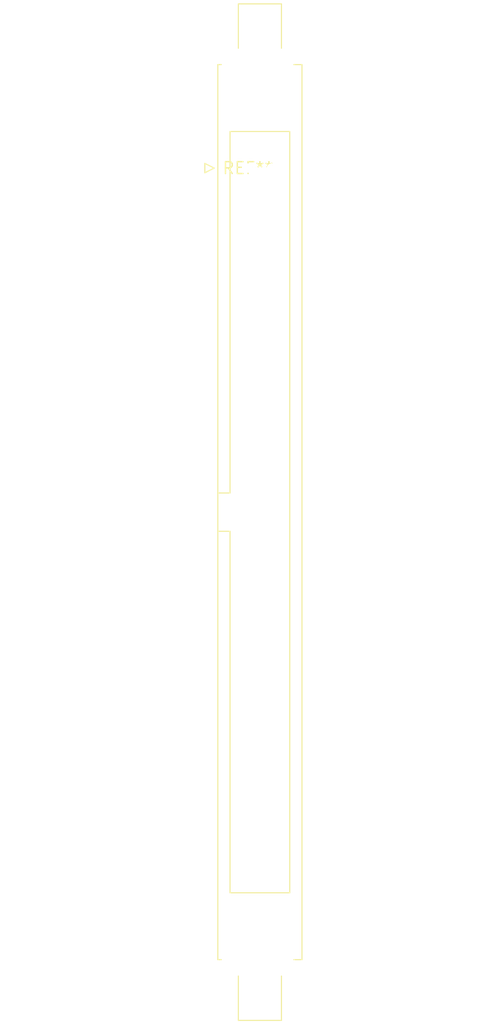
<source format=kicad_pcb>
(kicad_pcb (version 20240108) (generator pcbnew)
  (layers (0 "F.Cu" signal) (31 "B.Cu" signal) (34 "B.Paste" user) (35 "F.Paste" user) (36 "B.SilkS" user "B.Silkscreen") (37 "F.SilkS" user "F.Silkscreen") (38 "B.Mask" user) (39 "F.Mask" user) (44 "Edge.Cuts" user))
  (net 0 "")
  (footprint "IDC-Header_2x30-1MP_P2.54mm_Latch6.5mm_Vertical" (layer "F.Cu") (at 0 0)
    (property "Reference" "REF**")
    (property "Value" "IDC-Header_2x30-1MP_P2.54mm_Latch6.5mm_Vertical")
    (fp_line (start -4.63 -0.5) (end -4.63 0.5) (layer "F.SilkS") (stroke (width 0.12)))
    (fp_line (start -4.63 0.5) (end -3.63 0) (layer "F.SilkS") (stroke (width 0.12)))
    (fp_line (start -3.63 0) (end -4.63 -0.5) (layer "F.SilkS") (stroke (width 0.12)))
    (fp_line (start -3.24 -11.08) (end -3.24 84.74) (layer "F.SilkS") (stroke (width 0.12)))
    (fp_line (start -3.24 34.78) (end -1.93 34.78) (layer "F.SilkS") (stroke (width 0.12)))
    (fp_line (start -3.24 84.74) (end -2.87 84.74) (layer "F.SilkS") (stroke (width 0.12)))
    (fp_line (start -2.87 -11.08) (end -3.24 -11.08) (layer "F.SilkS") (stroke (width 0.12)))
    (fp_line (start -1.93 -3.92) (end 4.47 -3.92) (layer "F.SilkS") (stroke (width 0.12)))
    (fp_line (start -1.93 34.78) (end -1.93 -3.92) (layer "F.SilkS") (stroke (width 0.12)))
    (fp_line (start -1.93 38.88) (end -3.24 38.88) (layer "F.SilkS") (stroke (width 0.12)))
    (fp_line (start -1.93 38.88) (end -1.93 38.88) (layer "F.SilkS") (stroke (width 0.12)))
    (fp_line (start -1.93 77.58) (end -1.93 38.88) (layer "F.SilkS") (stroke (width 0.12)))
    (fp_line (start -1.04 -17.58) (end 3.58 -17.58) (layer "F.SilkS") (stroke (width 0.12)))
    (fp_line (start -1.04 -12.83) (end -1.04 -17.58) (layer "F.SilkS") (stroke (width 0.12)))
    (fp_line (start -1.04 86.49) (end -1.04 91.24) (layer "F.SilkS") (stroke (width 0.12)))
    (fp_line (start -1.04 91.24) (end 3.58 91.24) (layer "F.SilkS") (stroke (width 0.12)))
    (fp_line (start 3.58 -17.58) (end 3.58 -12.83) (layer "F.SilkS") (stroke (width 0.12)))
    (fp_line (start 3.58 91.24) (end 3.58 86.49) (layer "F.SilkS") (stroke (width 0.12)))
    (fp_line (start 4.47 -3.92) (end 4.47 77.58) (layer "F.SilkS") (stroke (width 0.12)))
    (fp_line (start 4.47 77.58) (end -1.93 77.58) (layer "F.SilkS") (stroke (width 0.12)))
    (fp_line (start 4.91 -11.08) (end 5.78 -11.08) (layer "F.SilkS") (stroke (width 0.12)))
    (fp_line (start 5.78 -11.08) (end 5.78 84.74) (layer "F.SilkS") (stroke (width 0.12)))
    (fp_line (start 5.78 84.74) (end 4.91 84.74) (layer "F.SilkS") (stroke (width 0.12)))
    (pad "1" thru_hole roundrect (at 0 0) (size 1.7 1.7) (drill 1) (layers *.Cu *.Mask) (remove_unused_layers) (roundrect_rratio 0.147059))
    (pad "2" thru_hole circle (at 2.54 0) (size 1.7 1.7) (drill 1) (layers *.Cu *.Mask) (remove_unused_layers))
    (pad "3" thru_hole circle (at 0 2.54) (size 1.7 1.7) (drill 1) (layers *.Cu *.Mask) (remove_unused_layers))
    (pad "4" thru_hole circle (at 2.54 2.54) (size 1.7 1.7) (drill 1) (layers *.Cu *.Mask) (remove_unused_layers))
    (pad "5" thru_hole circle (at 0 5.08) (size 1.7 1.7) (drill 1) (layers *.Cu *.Mask) (remove_unused_layers))
    (pad "6" thru_hole circle (at 2.54 5.08) (size 1.7 1.7) (drill 1) (layers *.Cu *.Mask) (remove_unused_layers))
    (pad "7" thru_hole circle (at 0 7.62) (size 1.7 1.7) (drill 1) (layers *.Cu *.Mask) (remove_unused_layers))
    (pad "8" thru_hole circle (at 2.54 7.62) (size 1.7 1.7) (drill 1) (layers *.Cu *.Mask) (remove_unused_layers))
    (pad "9" thru_hole circle (at 0 10.16) (size 1.7 1.7) (drill 1) (layers *.Cu *.Mask) (remove_unused_layers))
    (pad "10" thru_hole circle (at 2.54 10.16) (size 1.7 1.7) (drill 1) (layers *.Cu *.Mask) (remove_unused_layers))
    (pad "11" thru_hole circle (at 0 12.7) (size 1.7 1.7) (drill 1) (layers *.Cu *.Mask) (remove_unused_layers))
    (pad "12" thru_hole circle (at 2.54 12.7) (size 1.7 1.7) (drill 1) (layers *.Cu *.Mask) (remove_unused_layers))
    (pad "13" thru_hole circle (at 0 15.24) (size 1.7 1.7) (drill 1) (layers *.Cu *.Mask) (remove_unused_layers))
    (pad "14" thru_hole circle (at 2.54 15.24) (size 1.7 1.7) (drill 1) (layers *.Cu *.Mask) (remove_unused_layers))
    (pad "15" thru_hole circle (at 0 17.78) (size 1.7 1.7) (drill 1) (layers *.Cu *.Mask) (remove_unused_layers))
    (pad "16" thru_hole circle (at 2.54 17.78) (size 1.7 1.7) (drill 1) (layers *.Cu *.Mask) (remove_unused_layers))
    (pad "17" thru_hole circle (at 0 20.32) (size 1.7 1.7) (drill 1) (layers *.Cu *.Mask) (remove_unused_layers))
    (pad "18" thru_hole circle (at 2.54 20.32) (size 1.7 1.7) (drill 1) (layers *.Cu *.Mask) (remove_unused_layers))
    (pad "19" thru_hole circle (at 0 22.86) (size 1.7 1.7) (drill 1) (layers *.Cu *.Mask) (remove_unused_layers))
    (pad "20" thru_hole circle (at 2.54 22.86) (size 1.7 1.7) (drill 1) (layers *.Cu *.Mask) (remove_unused_layers))
    (pad "21" thru_hole circle (at 0 25.4) (size 1.7 1.7) (drill 1) (layers *.Cu *.Mask) (remove_unused_layers))
    (pad "22" thru_hole circle (at 2.54 25.4) (size 1.7 1.7) (drill 1) (layers *.Cu *.Mask) (remove_unused_layers))
    (pad "23" thru_hole circle (at 0 27.94) (size 1.7 1.7) (drill 1) (layers *.Cu *.Mask) (remove_unused_layers))
    (pad "24" thru_hole circle (at 2.54 27.94) (size 1.7 1.7) (drill 1) (layers *.Cu *.Mask) (remove_unused_layers))
    (pad "25" thru_hole circle (at 0 30.48) (size 1.7 1.7) (drill 1) (layers *.Cu *.Mask) (remove_unused_layers))
    (pad "26" thru_hole circle (at 2.54 30.48) (size 1.7 1.7) (drill 1) (layers *.Cu *.Mask) (remove_unused_layers))
    (pad "27" thru_hole circle (at 0 33.02) (size 1.7 1.7) (drill 1) (layers *.Cu *.Mask) (remove_unused_layers))
    (pad "28" thru_hole circle (at 2.54 33.02) (size 1.7 1.7) (drill 1) (layers *.Cu *.Mask) (remove_unused_layers))
    (pad "29" thru_hole circle (at 0 35.56) (size 1.7 1.7) (drill 1) (layers *.Cu *.Mask) (remove_unused_layers))
    (pad "30" thru_hole circle (at 2.54 35.56) (size 1.7 1.7) (drill 1) (layers *.Cu *.Mask) (remove_unused_layers))
    (pad "31" thru_hole circle (at 0 38.1) (size 1.7 1.7) (drill 1) (layers *.Cu *.Mask) (remove_unused_layers))
    (pad "32" thru_hole circle (at 2.54 38.1) (size 1.7 1.7) (drill 1) (layers *.Cu *.Mask) (remove_unused_layers))
    (pad "33" thru_hole circle (at 0 40.64) (size 1.7 1.7) (drill 1) (layers *.Cu *.Mask) (remove_unused_layers))
    (pad "34" thru_hole circle (at 2.54 40.64) (size 1.7 1.7) (drill 1) (layers *.Cu *.Mask) (remove_unused_layers))
    (pad "35" thru_hole circle (at 0 43.18) (size 1.7 1.7) (drill 1) (layers *.Cu *.Mask) (remove_unused_layers))
    (pad "36" thru_hole circle (at 2.54 43.18) (size 1.7 1.7) (drill 1) (layers *.Cu *.Mask) (remove_unused_layers))
    (pad "37" thru_hole circle (at 0 45.72) (size 1.7 1.7) (drill 1) (layers *.Cu *.Mask) (remove_unused_layers))
    (pad "38" thru_hole circle (at 2.54 45.72) (size 1.7 1.7) (drill 1) (layers *.Cu *.Mask) (remove_unused_layers))
    (pad "39" thru_hole circle (at 0 48.26) (size 1.7 1.7) (drill 1) (layers *.Cu *.Mask) (remove_unused_layers))
    (pad "40" thru_hole circle (at 2.54 48.26) (size 1.7 1.7) (drill 1) (layers *.Cu *.Mask) (remove_unused_layers))
    (pad "41" thru_hole circle (at 0 50.8) (size 1.7 1.7) (drill 1) (layers *.Cu *.Mask) (remove_unused_layers))
    (pad "42" thru_hole circle (at 2.54 50.8) (size 1.7 1.7) (drill 1) (layers *.Cu *.Mask) (remove_unused_layers))
    (pad "43" thru_hole circle (at 0 53.34) (size 1.7 1.7) (drill 1) (layers *.Cu *.Mask) (remove_unused_layers))
    (pad "44" thru_hole circle (at 2.54 53.34) (size 1.7 1.7) (drill 1) (layers *.Cu *.Mask) (remove_unused_layers))
    (pad "45" thru_hole circle (at 0 55.88) (size 1.7 1.7) (drill 1) (layers *.Cu *.Mask) (remove_unused_layers))
    (pad "46" thru_hole circle (at 2.54 55.88) (size 1.7 1.7) (drill 1) (layers *.Cu *.Mask) (remove_unused_layers))
    (pad "47" thru_hole circle (at 0 58.42) (size 1.7 1.7) (drill 1) (layers *.Cu *.Mask) (remove_unused_layers))
    (pad "48" thru_hole circle (at 2.54 58.42) (size 1.7 1.7) (drill 1) (layers *.Cu *.Mask) (remove_unused_layers))
    (pad "49" thru_hole circle (at 0 60.96) (size 1.7 1.7) (drill 1) (layers *.Cu *.Mask) (remove_unused_layers))
    (pad "50" thru_hole circle (at 2.54 60.96) (size 1.7 1.7) (drill 1) (layers *.Cu *.Mask) (remove_unused_layers))
    (pad "51" thru_hole circle (at 0 63.5) (size 1.7 1.7) (drill 1) (layers *.Cu *.Mask) (remove_unused_layers))
    (pad "52" thru_hole circle (at 2.54 63.5) (size 1.7 1.7) (drill 1) (layers *.Cu *.Mask) (remove_unused_layers))
    (pad "53" thru_hole circle (at 0 66.04) (size 1.7 1.7) (drill 1) (layers *.Cu *.Mask) (remove_unused_layers))
    (pad "54" thru_hole circle (at 2.54 66.04) (size 1.7 1.7) (drill 1) (layers *.Cu *.Mask) (remove_unused_layers))
    (pad "55" thru_hole circle (at 0 68.58) (size 1.7 1.7) (drill 1) (layers *.Cu *.Mask) (remove_unused_layers))
    (pad "56" thru_hole circle (at 2.54 68.58) (size 1.7 1.7) (drill 1) (layers *.Cu *.Mask) (remove_unused_layers))
    (pad "57" thru_hole circle (at 0 71.12) (size 1.7 1.7) (drill 1) (layers *.Cu *.Mask) (remove_unused_layers))
    (pad "58" thru_hole circle (at 2.54 71.12) (size 1.7 1.7) (drill 1) (layers *.Cu *.Mask) (remove_unused_layers))
    (pad "59" thru_hole circle (at 0 73.66) (size 1.7 1.7) (drill 1) (layers *.Cu *.Mask) (remove_unused_layers))
    (pad "60" thru_hole circle (at 2.54 73.66) (size 1.7 1.7) (drill 1) (layers *.Cu *.Mask) (remove_unused_layers))
    (pad "MP" thru_hole circle (at 1.02 -8.94) (size 8 8) (drill 2.69) (layers *.Cu *.Mask) (remove_unused_layers))
    (pad "MP" thru_hole circle (at 1.02 82.6) (size 8 8) (drill 2.69) (layers *.Cu *.Mask) (remove_unused_layers))
  )
)
</source>
